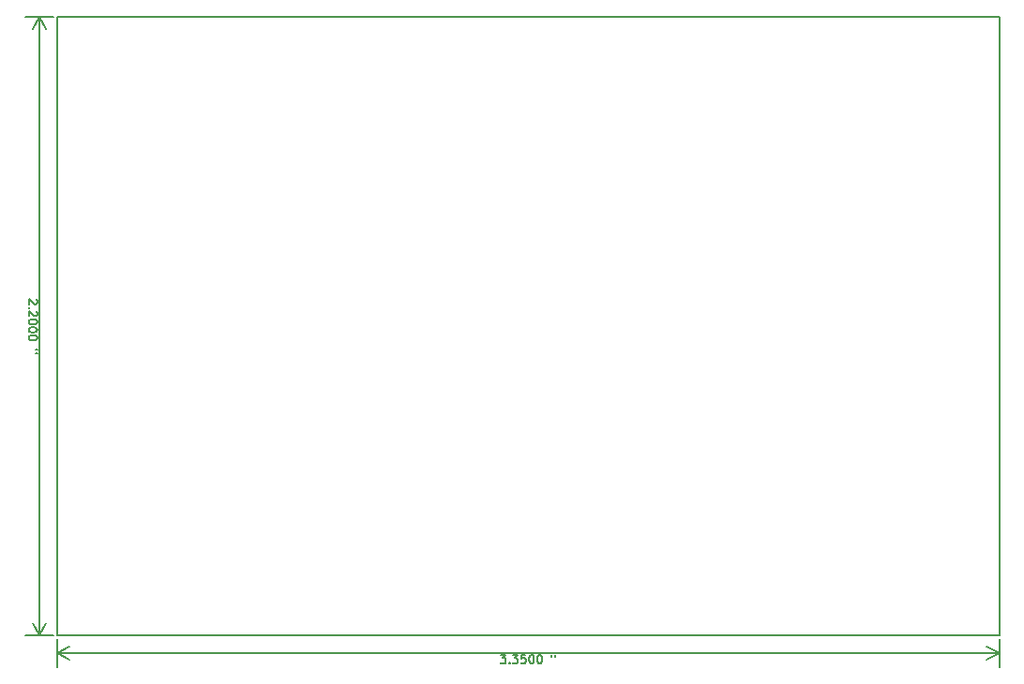
<source format=gbr>
G04 (created by PCBNEW (2013-03-15 BZR 4003)-stable) date 12-Jun-13 3:11:28 PM*
%MOIN*%
G04 Gerber Fmt 3.4, Leading zero omitted, Abs format*
%FSLAX34Y34*%
G01*
G70*
G90*
G04 APERTURE LIST*
%ADD10C,2.3622e-006*%
%ADD11C,0.005*%
G04 APERTURE END LIST*
G54D10*
G54D11*
X25778Y-32696D02*
X25964Y-32696D01*
X25864Y-32810D01*
X25907Y-32810D01*
X25935Y-32825D01*
X25950Y-32839D01*
X25964Y-32867D01*
X25964Y-32939D01*
X25950Y-32967D01*
X25935Y-32982D01*
X25907Y-32996D01*
X25821Y-32996D01*
X25792Y-32982D01*
X25778Y-32967D01*
X26092Y-32967D02*
X26107Y-32982D01*
X26092Y-32996D01*
X26078Y-32982D01*
X26092Y-32967D01*
X26092Y-32996D01*
X26207Y-32696D02*
X26392Y-32696D01*
X26292Y-32810D01*
X26335Y-32810D01*
X26364Y-32825D01*
X26378Y-32839D01*
X26392Y-32867D01*
X26392Y-32939D01*
X26378Y-32967D01*
X26364Y-32982D01*
X26335Y-32996D01*
X26250Y-32996D01*
X26221Y-32982D01*
X26207Y-32967D01*
X26664Y-32696D02*
X26521Y-32696D01*
X26507Y-32839D01*
X26521Y-32825D01*
X26550Y-32810D01*
X26621Y-32810D01*
X26650Y-32825D01*
X26664Y-32839D01*
X26678Y-32867D01*
X26678Y-32939D01*
X26664Y-32967D01*
X26650Y-32982D01*
X26621Y-32996D01*
X26550Y-32996D01*
X26521Y-32982D01*
X26507Y-32967D01*
X26864Y-32696D02*
X26892Y-32696D01*
X26921Y-32710D01*
X26935Y-32725D01*
X26950Y-32753D01*
X26964Y-32810D01*
X26964Y-32882D01*
X26950Y-32939D01*
X26935Y-32967D01*
X26921Y-32982D01*
X26892Y-32996D01*
X26864Y-32996D01*
X26835Y-32982D01*
X26821Y-32967D01*
X26807Y-32939D01*
X26792Y-32882D01*
X26792Y-32810D01*
X26807Y-32753D01*
X26821Y-32725D01*
X26835Y-32710D01*
X26864Y-32696D01*
X27150Y-32696D02*
X27178Y-32696D01*
X27207Y-32710D01*
X27221Y-32725D01*
X27235Y-32753D01*
X27250Y-32810D01*
X27250Y-32882D01*
X27235Y-32939D01*
X27221Y-32967D01*
X27207Y-32982D01*
X27178Y-32996D01*
X27150Y-32996D01*
X27121Y-32982D01*
X27107Y-32967D01*
X27092Y-32939D01*
X27078Y-32882D01*
X27078Y-32810D01*
X27092Y-32753D01*
X27107Y-32725D01*
X27121Y-32710D01*
X27150Y-32696D01*
X27592Y-32696D02*
X27592Y-32753D01*
X27707Y-32696D02*
X27707Y-32753D01*
X10000Y-32625D02*
X43500Y-32625D01*
X10000Y-32125D02*
X10000Y-33125D01*
X43500Y-32125D02*
X43500Y-33125D01*
X43500Y-32625D02*
X43057Y-32855D01*
X43500Y-32625D02*
X43057Y-32395D01*
X10000Y-32625D02*
X10443Y-32855D01*
X10000Y-32625D02*
X10443Y-32395D01*
X9275Y-20042D02*
X9289Y-20057D01*
X9303Y-20085D01*
X9303Y-20157D01*
X9289Y-20185D01*
X9275Y-20200D01*
X9246Y-20214D01*
X9217Y-20214D01*
X9175Y-20200D01*
X9003Y-20028D01*
X9003Y-20214D01*
X9032Y-20342D02*
X9017Y-20357D01*
X9003Y-20342D01*
X9017Y-20328D01*
X9032Y-20342D01*
X9003Y-20342D01*
X9275Y-20471D02*
X9289Y-20485D01*
X9303Y-20514D01*
X9303Y-20585D01*
X9289Y-20614D01*
X9275Y-20628D01*
X9246Y-20642D01*
X9217Y-20642D01*
X9175Y-20628D01*
X9003Y-20457D01*
X9003Y-20642D01*
X9303Y-20828D02*
X9303Y-20857D01*
X9289Y-20885D01*
X9275Y-20900D01*
X9246Y-20914D01*
X9189Y-20928D01*
X9117Y-20928D01*
X9060Y-20914D01*
X9032Y-20900D01*
X9017Y-20885D01*
X9003Y-20857D01*
X9003Y-20828D01*
X9017Y-20800D01*
X9032Y-20785D01*
X9060Y-20771D01*
X9117Y-20757D01*
X9189Y-20757D01*
X9246Y-20771D01*
X9275Y-20785D01*
X9289Y-20800D01*
X9303Y-20828D01*
X9303Y-21114D02*
X9303Y-21142D01*
X9289Y-21171D01*
X9275Y-21185D01*
X9246Y-21200D01*
X9189Y-21214D01*
X9117Y-21214D01*
X9060Y-21200D01*
X9032Y-21185D01*
X9017Y-21171D01*
X9003Y-21142D01*
X9003Y-21114D01*
X9017Y-21085D01*
X9032Y-21071D01*
X9060Y-21057D01*
X9117Y-21042D01*
X9189Y-21042D01*
X9246Y-21057D01*
X9275Y-21071D01*
X9289Y-21085D01*
X9303Y-21114D01*
X9303Y-21400D02*
X9303Y-21428D01*
X9289Y-21457D01*
X9275Y-21471D01*
X9246Y-21485D01*
X9189Y-21500D01*
X9117Y-21500D01*
X9060Y-21485D01*
X9032Y-21471D01*
X9017Y-21457D01*
X9003Y-21428D01*
X9003Y-21400D01*
X9017Y-21371D01*
X9032Y-21357D01*
X9060Y-21342D01*
X9117Y-21328D01*
X9189Y-21328D01*
X9246Y-21342D01*
X9275Y-21357D01*
X9289Y-21371D01*
X9303Y-21400D01*
X9303Y-21842D02*
X9246Y-21842D01*
X9303Y-21957D02*
X9246Y-21957D01*
X9375Y-10000D02*
X9375Y-32000D01*
X9875Y-10000D02*
X8875Y-10000D01*
X9875Y-32000D02*
X8875Y-32000D01*
X9375Y-32000D02*
X9145Y-31557D01*
X9375Y-32000D02*
X9605Y-31557D01*
X9375Y-10000D02*
X9145Y-10443D01*
X9375Y-10000D02*
X9605Y-10443D01*
X43500Y-32000D02*
X43500Y-10000D01*
X10000Y-10000D02*
X43500Y-10000D01*
X43500Y-32000D02*
X10000Y-32000D01*
X10000Y-32000D02*
X10000Y-10000D01*
M02*

</source>
